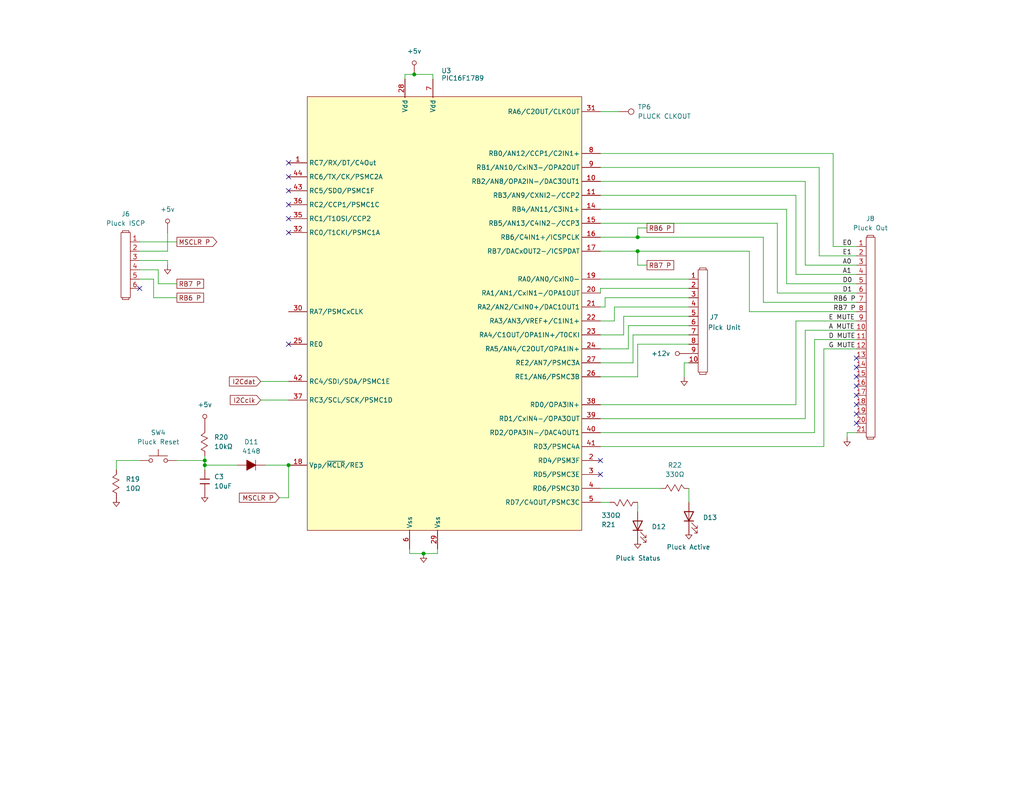
<source format=kicad_sch>
(kicad_sch (version 20250114) (generator "eeschema") (generator_version "9.0")
  (paper "A")
  (title_block (title "Plucking Processor Schematic") (date "2024-12-10") (rev "A"))
  (lib_symbols
    (symbol "Connector:TestPoint" (pin_numbers (hide yes)) (pin_names (offset 0.762) (hide yes))
      (property "Reference" "TP" (at 0 6.858 0))
      (property "Value" "TestPoint" (at 0 5.08 0))
      (symbol "TestPoint_0_1"
        (circle (center 0 3.302) (radius 0.762))
      )
      (symbol "TestPoint_1_1"
        (pin passive line (at 0 0 90) (length 2.54) (name "1") (number "1"))
      )
    )
    (symbol "Custom Power:+12v" (power) (pin_numbers (hide yes)) (pin_names (hide yes)) (in_bom no) (on_board no)
      (property "Value" "+12v" (at 0 3.81 0))
      (symbol "+12v_0_1"
        (circle (center 0 1.8796) (radius 0.5611))
      )
      (symbol "+12v_1_1"
        (pin power_in line (at 0 -1.27 90) (length 2.54) (name "+12v") (number "~"))
      )
    )
    (symbol "Custom Power:+5v" (power) (pin_numbers (hide yes)) (pin_names (hide yes)) (in_bom no) (on_board no)
      (property "Value" "+5v" (at 0 3.81 0))
      (symbol "+5v_0_1"
        (circle (center 0 1.8796) (radius 0.5611))
      )
      (symbol "+5v_1_1"
        (pin power_in line (at 0 -1.27 90) (length 2.54) (name "+5v") (number ""))
      )
    )
    (symbol "Custom Power:GND" (power) (pin_numbers (hide yes)) (pin_names (hide yes)) (in_bom no) (on_board no)
      (symbol "GND_0_1"
        (polyline (pts (xy -0.889 -1.27) (xy 0.889 -1.27) (xy 0 -2.413) (xy -0.889 -1.27)))
      )
      (symbol "GND_1_1"
        (pin power_in line (at 0 0 270) (length 1.27) (name "GND") (number "~"))
      )
    )
    (symbol "Device:LED" (pin_numbers (hide yes)) (pin_names (offset 1.016) (hide yes))
      (property "Reference" "D" (at 0 2.54 0))
      (property "Value" "LED" (at 0 -2.54 0))
      (symbol "LED_0_1"
        (polyline (pts (xy -3.048 -0.762) (xy -4.572 -2.286) (xy -3.81 -2.286) (xy -4.572 -2.286) (xy -4.572 -1.524)))
        (polyline (pts (xy -1.778 -0.762) (xy -3.302 -2.286) (xy -2.54 -2.286) (xy -3.302 -2.286) (xy -3.302 -1.524)))
        (polyline (pts (xy -1.27 0) (xy 1.27 0)))
        (polyline (pts (xy -1.27 -1.27) (xy -1.27 1.27)) (stroke (width 0.254)))
        (polyline (pts (xy 1.27 -1.27) (xy 1.27 1.27) (xy -1.27 0) (xy 1.27 -1.27)) (stroke (width 0.254)))
      )
      (symbol "LED_1_1"
        (pin passive line (at -3.81 0 0) (length 2.54) (name "K") (number "1"))
        (pin passive line (at 3.81 0 180) (length 2.54) (name "A") (number "2"))
      )
    )
    (symbol "OF symbols:Header_1x21" (pin_names (hide yes))
      (property "Reference" "J" (at -8.89 -3.81 0))
      (property "Value" "?" (at -8.89 -6.35 0))
      (symbol "Header_1x21_0_1"
        (rectangle (start -5.08 2.54) (end -2.667 -52.07))
        (polyline (pts (xy -4.699 2.54) (xy -4.699 3.048) (xy -2.921 3.048) (xy -2.921 2.54)))
        (polyline (pts (xy -4.699 -52.07) (xy -4.699 -52.578) (xy -2.921 -52.578) (xy -2.921 -52.07)))
      )
      (symbol "Header_1x21_1_1"
        (pin passive line (at 0 0 180) (length 2.54) (name "1") (number "1"))
        (pin passive line (at 0 -2.54 180) (length 2.54) (name "2") (number "2"))
        (pin passive line (at 0 -5.08 180) (length 2.54) (name "3") (number "3"))
        (pin passive line (at 0 -7.62 180) (length 2.54) (name "4") (number "4"))
        (pin passive line (at 0 -10.16 180) (length 2.54) (name "5") (number "5"))
        (pin passive line (at 0 -12.7 180) (length 2.54) (name "6") (number "6"))
        (pin passive line (at 0 -15.24 180) (length 2.54) (name "7") (number "7"))
        (pin passive line (at 0 -17.78 180) (length 2.54) (name "8") (number "8"))
        (pin passive line (at 0 -20.32 180) (length 2.54) (name "9") (number "9"))
        (pin passive line (at 0 -22.86 180) (length 2.54) (name "10") (number "10"))
        (pin passive line (at 0 -25.4 180) (length 2.54) (name "11") (number "11"))
        (pin passive line (at 0 -27.94 180) (length 2.54) (name "12") (number "12"))
        (pin passive line (at 0 -30.48 180) (length 2.54) (name "13") (number "13"))
        (pin passive line (at 0 -33.02 180) (length 2.54) (name "14") (number "14"))
        (pin passive line (at 0 -35.56 180) (length 2.54) (name "15") (number "15"))
        (pin passive line (at 0 -38.1 180) (length 2.54) (name "16") (number "16"))
        (pin passive line (at 0 -40.64 180) (length 2.54) (name "17") (number "17"))
        (pin passive line (at 0 -43.18 180) (length 2.54) (name "18") (number "18"))
        (pin passive line (at 0 -45.72 180) (length 2.54) (name "19") (number "19"))
        (pin passive line (at 0 -48.26 180) (length 2.54) (name "20") (number "20"))
        (pin passive line (at 0 -50.8 180) (length 2.54) (name "21") (number "21"))
      )
    )
    (symbol "Owen's Symbols:Capacitor" (pin_numbers (hide yes)) (pin_names (hide yes))
      (property "Reference" "C" (at 2.54 0 0))
      (property "Value" "?" (at 2.54 -2.54 0))
      (symbol "Capacitor_1_1"
        (polyline (pts (xy -1.27 -2.54) (xy 1.27 -2.54)) (stroke (width 0.254)))
        (polyline (pts (xy -1.27 -3.81) (xy 1.27 -3.81)) (stroke (width 0.254)))
        (pin passive line (at 0 0 270) (length 2.54) (name "1") (number "1"))
        (pin passive line (at 0 -6.35 90) (length 2.54) (name "2") (number "2"))
      )
    )
    (symbol "Owen's Symbols:Diode" (pin_numbers (hide yes)) (pin_names (hide yes))
      (property "Reference" "D" (at 3.81 -1.27 0))
      (property "Value" "Vz" (at 3.81 -3.81 0))
      (symbol "Diode_0_1"
        (polyline (pts (xy -1.397 -4.953) (xy 1.397 -4.953) (xy 1.397 -4.953)))
      )
      (symbol "Diode_1_1"
        (polyline (pts (xy -1.397 -2.54) (xy 1.397 -2.54) (xy 0 -5.08) (xy -1.397 -2.54)) (fill (type outline)))
        (pin passive line (at 0 0 270) (length 2.54) (name "2") (number "2"))
        (pin passive line (at 0 -7.62 90) (length 2.54) (name "1") (number "1"))
      )
    )
    (symbol "Owen's Symbols:Header_1x10" (pin_names (hide yes))
      (property "Reference" "J" (at -8.89 -3.81 0))
      (property "Value" "?" (at -8.89 -6.35 0))
      (symbol "Header_1x10_0_1"
        (rectangle (start -5.08 2.54) (end -2.54 -25.4))
        (polyline (pts (xy -4.699 2.54) (xy -4.699 3.048) (xy -2.921 3.048) (xy -2.921 2.54)))
        (polyline (pts (xy -4.699 -25.527) (xy -4.699 -26.035) (xy -2.921 -26.035) (xy -2.921 -25.527)))
      )
      (symbol "Header_1x10_1_1"
        (pin passive line (at 0 0 180) (length 2.54) (name "1") (number "1"))
        (pin passive line (at 0 -2.54 180) (length 2.54) (name "2") (number "2"))
        (pin passive line (at 0 -5.08 180) (length 2.54) (name "3") (number "3"))
        (pin passive line (at 0 -7.62 180) (length 2.54) (name "4") (number "4"))
        (pin passive line (at 0 -10.16 180) (length 2.54) (name "5") (number "5"))
        (pin passive line (at 0 -12.7 180) (length 2.54) (name "6") (number "6"))
        (pin passive line (at 0 -15.24 180) (length 2.54) (name "7") (number "7"))
        (pin passive line (at 0 -17.78 180) (length 2.54) (name "8") (number "8"))
        (pin passive line (at 0 -20.32 180) (length 2.54) (name "9") (number "9"))
        (pin passive line (at 0 -22.86 180) (length 2.54) (name "10") (number "10"))
      )
    )
    (symbol "Owen's Symbols:Header_1x6" (pin_names (hide yes))
      (property "Reference" "J" (at -8.89 -3.81 0))
      (property "Value" "?" (at -8.89 -6.35 0))
      (symbol "Header_1x6_0_1"
        (rectangle (start -5.08 2.54) (end -2.54 -15.24))
        (polyline (pts (xy -4.699 2.54) (xy -4.699 3.048) (xy -2.921 3.048) (xy -2.921 2.54)))
        (polyline (pts (xy -4.699 -15.24) (xy -4.699 -15.748) (xy -2.921 -15.748) (xy -2.921 -15.24)))
      )
      (symbol "Header_1x6_1_1"
        (pin passive line (at 0 0 180) (length 2.54) (name "1") (number "1"))
        (pin passive line (at 0 -2.54 180) (length 2.54) (name "2") (number "2"))
        (pin passive line (at 0 -5.08 180) (length 2.54) (name "3") (number "3"))
        (pin passive line (at 0 -7.62 180) (length 2.54) (name "4") (number "4"))
        (pin passive line (at 0 -10.16 180) (length 2.54) (name "5") (number "5"))
        (pin passive line (at 0 -12.7 180) (length 2.54) (name "6") (number "6"))
      )
    )
    (symbol "Owen's Symbols:PIC16F1789_44"
      (property "Reference" "U" (at -37.592 5.334 0))
      (property "Value" "PIC16F1789" (at -31.75 4.826 0))
      (symbol "PIC16F1789_44_1_0"
        (pin bidirectional line (at 45.72 -3.81 180) (length 5.08) (name "RA6/C2OUT/CLKOUT") (number "31"))
      )
      (symbol "PIC16F1789_44_1_1"
        (rectangle (start -34.29 0) (end 40.64 -118.11) (fill (type background)))
        (pin bidirectional line (at -39.37 -15.24 0) (length 5.08) (name "RA0/AN0/CxIN0-") (number "19"))
        (pin bidirectional line (at -39.37 -19.05 0) (length 5.08) (name "RA1/AN1/CxIN1-/OPA1OUT") (number "20"))
        (pin bidirectional line (at -39.37 -22.86 0) (length 5.08) (name "RA2/AN2/CxIN0+/DAC1OUT1") (number "21"))
        (pin bidirectional line (at -39.37 -26.67 0) (length 5.08) (name "RA3/AN3/VREF+/C1IN1+") (number "22"))
        (pin bidirectional line (at -39.37 -30.48 0) (length 5.08) (name "RA4/C1OUT/OPA1IN+/T0CKI") (number "23"))
        (pin bidirectional line (at -39.37 -34.29 0) (length 5.08) (name "RA5/AN4/C2OUT/OPA1IN+") (number "24"))
        (pin bidirectional line (at -39.37 -38.1 0) (length 5.08) (name "RA6/C2OUT/CLKOUT") (number "31"))
        (pin bidirectional line (at -39.37 -41.91 0) (length 5.08) (name "RA7/PSMCxCLK") (number "30"))
        (pin bidirectional line (at -39.37 -59.69 0) (length 5.08) (name "RE2/AN7/PSMC3A") (number "27"))
        (pin bidirectional line (at -39.37 -63.5 0) (length 5.08) (name "RE1/AN6/PSMC3B") (number "26"))
        (pin bidirectional line (at -39.37 -68.58 0) (length 5.08) (name "RE0") (number "25"))
        (pin bidirectional line (at -39.37 -100.33 0) (length 5.08) (name "Vpp/~{MCLR}/RE3") (number "18"))
        (pin bidirectional line (at -7.62 5.08 270) (length 5.08) (name "Vdd") (number "28"))
        (pin bidirectional line (at -6.35 -123.19 90) (length 5.08) (name "Vss") (number "6"))
        (pin bidirectional line (at 0 5.08 270) (length 5.08) (name "Vdd") (number "7"))
        (pin bidirectional line (at 1.27 -123.19 90) (length 5.08) (name "Vss") (number "29"))
        (pin bidirectional line (at 45.72 -15.24 180) (length 5.08) (name "RB0/AN12/CCP1/C2IN1+") (number "8"))
        (pin bidirectional line (at 45.72 -19.05 180) (length 5.08) (name "RB1/AN10/CxIN3-/OPA2OUT") (number "9"))
        (pin bidirectional line (at 45.72 -22.86 180) (length 5.08) (name "RB2/AN8/OPA2IN-/DAC3OUT1") (number "10"))
        (pin bidirectional line (at 45.72 -26.67 180) (length 5.08) (name "RB3/AN9/CXNI2-/CCP2") (number "11"))
        (pin bidirectional line (at 45.72 -30.48 180) (length 5.08) (name "RB4/AN11/C3IN1+") (number "14"))
        (pin bidirectional line (at 45.72 -34.29 180) (length 5.08) (name "RB5/AN13/C4IN2-/CCP3") (number "15"))
        (pin bidirectional line (at 45.72 -38.1 180) (length 5.08) (name "RB6/C4IN1+/ICSPCLK") (number "16"))
        (pin bidirectional line (at 45.72 -41.91 180) (length 5.08) (name "RB7/DACxOUT2-/ICSPDAT") (number "17"))
        (pin bidirectional line (at 45.72 -49.53 180) (length 5.08) (name "RC0/T1CKI/PSMC1A") (number "32"))
        (pin bidirectional line (at 45.72 -53.34 180) (length 5.08) (name "RC1/T1OSI/CCP2") (number "35"))
        (pin bidirectional line (at 45.72 -57.15 180) (length 5.08) (name "RC2/CCP1/PSMC1C") (number "36"))
        (pin bidirectional line (at 45.72 -60.96 180) (length 5.08) (name "RC3/SCL/SCK/PSMC1D") (number "37"))
        (pin bidirectional line (at 45.72 -64.77 180) (length 5.08) (name "RC4/SDI/SDA/PSMC1E") (number "42"))
        (pin bidirectional line (at 45.72 -68.58 180) (length 5.08) (name "RC5/SDO/PSMC1F") (number "43"))
        (pin bidirectional line (at 45.72 -72.39 180) (length 5.08) (name "RC6/TX/CK/PSMC2A") (number "44"))
        (pin bidirectional line (at 45.72 -76.2 180) (length 5.08) (name "RC7/RX/DT/C4Out") (number "1"))
        (pin bidirectional line (at 45.72 -83.82 180) (length 5.08) (name "RD0/OPA3IN+") (number "38"))
        (pin bidirectional line (at 45.72 -87.63 180) (length 5.08) (name "RD1/CxIN4-/OPA3OUT") (number "39"))
        (pin bidirectional line (at 45.72 -91.44 180) (length 5.08) (name "RD2/OPA3IN-/DAC4OUT1") (number "40"))
        (pin bidirectional line (at 45.72 -95.25 180) (length 5.08) (name "RD3/PSMC4A") (number "41"))
        (pin bidirectional line (at 45.72 -99.06 180) (length 5.08) (name "RD4/PSM3F") (number "2"))
        (pin bidirectional line (at 45.72 -102.87 180) (length 5.08) (name "RD5/PSMC3E") (number "3"))
        (pin bidirectional line (at 45.72 -106.68 180) (length 5.08) (name "RD6/PSMC3D") (number "4"))
        (pin bidirectional line (at 45.72 -110.49 180) (length 5.08) (name "RD7/C4OUT/PSMC3C") (number "5"))
      )
      (symbol "PIC16F1789_44_1_2"
        (rectangle (start -34.29 0.254) (end 40.64 -118.11) (fill (type background)))
        (pin bidirectional line (at -39.37 -17.78 0) (length 5.08) (name "RC7/RX/DT/C4Out") (number "1"))
        (pin bidirectional line (at -39.37 -21.59 0) (length 5.08) (name "RC6/TX/CK/PSMC2A") (number "44"))
        (pin bidirectional line (at -39.37 -25.4 0) (length 5.08) (name "RC5/SDO/PSMC1F") (number "43"))
        (pin bidirectional line (at -39.37 -29.21 0) (length 5.08) (name "RC2/CCP1/PSMC1C") (number "36"))
        (pin bidirectional line (at -39.37 -33.02 0) (length 5.08) (name "RC1/T1OSI/CCP2") (number "35"))
        (pin bidirectional line (at -39.37 -36.83 0) (length 5.08) (name "RC0/T1CKI/PSMC1A") (number "32"))
        (pin bidirectional line (at -39.37 -58.42 0) (length 5.08) (name "RA7/PSMCxCLK") (number "30"))
        (pin bidirectional line (at -39.37 -67.31 0) (length 5.08) (name "RE0") (number "25"))
        (pin bidirectional line (at -39.37 -77.47 0) (length 5.08) (name "RC4/SDI/SDA/PSMC1E") (number "42"))
        (pin bidirectional line (at -39.37 -82.55 0) (length 5.08) (name "RC3/SCL/SCK/PSMC1D") (number "37"))
        (pin bidirectional line (at -39.37 -100.33 0) (length 5.08) (name "Vpp/~{MCLR}/RE3") (number "18"))
        (pin bidirectional line (at -7.62 5.08 270) (length 5.08) (name "Vdd") (number "28"))
        (pin bidirectional line (at -6.35 -123.19 90) (length 5.08) (name "Vss") (number "6"))
        (pin bidirectional line (at 0 5.08 270) (length 5.08) (name "Vdd") (number "7"))
        (pin bidirectional line (at 1.27 -123.19 90) (length 5.08) (name "Vss") (number "29"))
        (pin bidirectional line (at 45.72 -15.24 180) (length 5.08) (name "RB0/AN12/CCP1/C2IN1+") (number "8"))
        (pin bidirectional line (at 45.72 -19.05 180) (length 5.08) (name "RB1/AN10/CxIN3-/OPA2OUT") (number "9"))
        (pin bidirectional line (at 45.72 -22.86 180) (length 5.08) (name "RB2/AN8/OPA2IN-/DAC3OUT1") (number "10"))
        (pin bidirectional line (at 45.72 -26.67 180) (length 5.08) (name "RB3/AN9/CXNI2-/CCP2") (number "11"))
        (pin bidirectional line (at 45.72 -30.48 180) (length 5.08) (name "RB4/AN11/C3IN1+") (number "14"))
        (pin bidirectional line (at 45.72 -34.29 180) (length 5.08) (name "RB5/AN13/C4IN2-/CCP3") (number "15"))
        (pin bidirectional line (at 45.72 -38.1 180) (length 5.08) (name "RB6/C4IN1+/ICSPCLK") (number "16"))
        (pin bidirectional line (at 45.72 -41.91 180) (length 5.08) (name "RB7/DACxOUT2-/ICSPDAT") (number "17"))
        (pin bidirectional line (at 45.72 -49.53 180) (length 5.08) (name "RA0/AN0/CxIN0-") (number "19"))
        (pin bidirectional line (at 45.72 -53.34 180) (length 5.08) (name "RA1/AN1/CxIN1-/OPA1OUT") (number "20"))
        (pin bidirectional line (at 45.72 -57.15 180) (length 5.08) (name "RA2/AN2/CxIN0+/DAC1OUT1") (number "21"))
        (pin bidirectional line (at 45.72 -60.96 180) (length 5.08) (name "RA3/AN3/VREF+/C1IN1+") (number "22"))
        (pin bidirectional line (at 45.72 -64.77 180) (length 5.08) (name "RA4/C1OUT/OPA1IN+/T0CKI") (number "23"))
        (pin bidirectional line (at 45.72 -68.58 180) (length 5.08) (name "RA5/AN4/C2OUT/OPA1IN+") (number "24"))
        (pin bidirectional line (at 45.72 -72.39 180) (length 5.08) (name "RE2/AN7/PSMC3A") (number "27"))
        (pin bidirectional line (at 45.72 -76.2 180) (length 5.08) (name "RE1/AN6/PSMC3B") (number "26"))
        (pin bidirectional line (at 45.72 -83.82 180) (length 5.08) (name "RD0/OPA3IN+") (number "38"))
        (pin bidirectional line (at 45.72 -87.63 180) (length 5.08) (name "RD1/CxIN4-/OPA3OUT") (number "39"))
        (pin bidirectional line (at 45.72 -91.44 180) (length 5.08) (name "RD2/OPA3IN-/DAC4OUT1") (number "40"))
        (pin bidirectional line (at 45.72 -95.25 180) (length 5.08) (name "RD3/PSMC4A") (number "41"))
        (pin bidirectional line (at 45.72 -99.06 180) (length 5.08) (name "RD4/PSM3F") (number "2"))
        (pin bidirectional line (at 45.72 -102.87 180) (length 5.08) (name "RD5/PSMC3E") (number "3"))
        (pin bidirectional line (at 45.72 -106.68 180) (length 5.08) (name "RD6/PSMC3D") (number "4"))
        (pin bidirectional line (at 45.72 -110.49 180) (length 5.08) (name "RD7/C4OUT/PSMC3C") (number "5"))
      )
    )
    (symbol "Owen's Symbols:Resistor_Mod" (pin_numbers (hide yes)) (pin_names (offset 0) (hide yes))
      (property "Reference" "R" (at 0 4.318 0))
      (property "Value" "ValueΩ" (at 0 2.54 0))
      (symbol "Resistor_Mod_0_1"
        (polyline (pts (xy -2.54 0) (xy -2.032 1.016) (xy -1.016 -0.762) (xy 0 1.016) (xy 1.016 -0.762) (xy 1.778 1.016) (xy 2.54 0)))
      )
      (symbol "Resistor_Mod_1_1"
        (pin passive line (at -3.81 0 0) (length 1.27) (name "1") (number "1"))
        (pin passive line (at 3.81 0 180) (length 1.27) (name "2") (number "2"))
      )
    )
    (symbol "Switch:SW_Push" (pin_numbers (hide yes)) (pin_names (offset 1.016) (hide yes))
      (property "Reference" "SW" (at 1.27 2.54 0))
      (property "Value" "SW_Push" (at 0 -1.524 0))
      (symbol "SW_Push_0_1"
        (circle (center -2.032 0) (radius 0.508))
        (polyline (pts (xy 0 1.27) (xy 0 3.048)))
        (circle (center 2.032 0) (radius 0.508))
        (polyline (pts (xy 2.54 1.27) (xy -2.54 1.27)))
        (pin passive line (at -5.08 0 0) (length 2.54) (name "1") (number "1"))
        (pin passive line (at 5.08 0 180) (length 2.54) (name "2") (number "2"))
      )
    )
  )
  (junction (at 55.88 127))
  (junction (at 173.99 68.58))
  (junction (at 173.99 64.77))
  (junction (at 78.74 127))
  (junction (at 115.57 151.13))
  (junction (at 113.03 20.32))
  (junction (at 55.88 125.73))
  (no_connect (at 233.68 100.33))
  (no_connect (at 78.74 63.5))
  (no_connect (at 233.68 110.49))
  (no_connect (at 233.68 105.41))
  (no_connect (at 78.74 52.07))
  (no_connect (at 233.68 113.03))
  (no_connect (at 233.68 107.95))
  (no_connect (at 233.68 115.57))
  (no_connect (at 78.74 44.45))
  (no_connect (at 78.74 55.88))
  (no_connect (at 78.74 93.98))
  (no_connect (at 163.83 129.54))
  (no_connect (at 163.83 125.73))
  (no_connect (at 38.1 78.74))
  (no_connect (at 78.74 48.26))
  (no_connect (at 233.68 102.87))
  (no_connect (at 78.74 59.69))
  (no_connect (at 233.68 97.79))
  (wire (pts (xy 163.83 64.77) (xy 173.99 64.77)))
  (wire (pts (xy 64.77 127) (xy 55.88 127)))
  (wire (pts (xy 45.72 71.12) (xy 45.72 72.39)))
  (wire (pts (xy 186.69 99.06) (xy 186.69 102.87)))
  (wire (pts (xy 172.72 99.06) (xy 172.72 91.44)))
  (wire (pts (xy 163.83 137.16) (xy 166.37 137.16)))
  (wire (pts (xy 111.76 151.13) (xy 111.76 149.86)))
  (wire (pts (xy 173.99 68.58) (xy 204.47 68.58)))
  (wire (pts (xy 219.71 90.17) (xy 233.68 90.17)))
  (wire (pts (xy 176.53 72.39) (xy 173.99 72.39)))
  (wire (pts (xy 212.09 80.01) (xy 233.68 80.01)))
  (wire (pts (xy 55.88 127) (xy 55.88 125.73)))
  (wire (pts (xy 111.76 151.13) (xy 115.57 151.13)))
  (wire (pts (xy 224.79 121.92) (xy 224.79 95.25)))
  (wire (pts (xy 165.1 81.28) (xy 187.96 81.28)))
  (wire (pts (xy 171.45 95.25) (xy 171.45 88.9)))
  (wire (pts (xy 110.49 21.59) (xy 110.49 20.32)))
  (wire (pts (xy 227.33 67.31) (xy 233.68 67.31)))
  (wire (pts (xy 163.83 83.82) (xy 165.1 83.82)))
  (wire (pts (xy 163.83 57.15) (xy 214.63 57.15)))
  (wire (pts (xy 170.18 91.44) (xy 170.18 86.36)))
  (wire (pts (xy 187.96 133.35) (xy 187.96 137.16)))
  (wire (pts (xy 41.91 76.2) (xy 38.1 76.2)))
  (wire (pts (xy 38.1 68.58) (xy 45.72 68.58)))
  (wire (pts (xy 55.88 125.73) (xy 55.88 124.46)))
  (wire (pts (xy 187.96 99.06) (xy 186.69 99.06)))
  (wire (pts (xy 163.83 41.91) (xy 227.33 41.91)))
  (wire (pts (xy 165.1 83.82) (xy 165.1 81.28)))
  (wire (pts (xy 219.71 114.3) (xy 219.71 90.17)))
  (wire (pts (xy 38.1 71.12) (xy 45.72 71.12)))
  (wire (pts (xy 163.83 45.72) (xy 223.52 45.72)))
  (wire (pts (xy 163.83 118.11) (xy 222.25 118.11)))
  (wire (pts (xy 170.18 86.36) (xy 187.96 86.36)))
  (wire (pts (xy 173.99 62.23) (xy 173.99 64.77)))
  (wire (pts (xy 176.53 62.23) (xy 173.99 62.23)))
  (wire (pts (xy 208.28 64.77) (xy 208.28 82.55)))
  (wire (pts (xy 217.17 110.49) (xy 217.17 87.63)))
  (wire (pts (xy 118.11 20.32) (xy 118.11 21.59)))
  (wire (pts (xy 163.83 91.44) (xy 170.18 91.44)))
  (wire (pts (xy 163.83 102.87) (xy 173.99 102.87)))
  (wire (pts (xy 163.83 53.34) (xy 217.17 53.34)))
  (wire (pts (xy 233.68 77.47) (xy 214.63 77.47)))
  (wire (pts (xy 43.18 77.47) (xy 48.26 77.47)))
  (wire (pts (xy 55.88 127) (xy 55.88 128.27)))
  (wire (pts (xy 31.75 128.27) (xy 31.75 125.73)))
  (wire (pts (xy 38.1 66.04) (xy 48.26 66.04)))
  (wire (pts (xy 119.38 149.86) (xy 119.38 151.13)))
  (wire (pts (xy 214.63 77.47) (xy 214.63 57.15)))
  (wire (pts (xy 217.17 74.93) (xy 233.68 74.93)))
  (wire (pts (xy 173.99 64.77) (xy 208.28 64.77)))
  (wire (pts (xy 163.83 121.92) (xy 224.79 121.92)))
  (wire (pts (xy 110.49 20.32) (xy 113.03 20.32)))
  (wire (pts (xy 43.18 73.66) (xy 43.18 77.47)))
  (wire (pts (xy 71.12 109.22) (xy 78.74 109.22)))
  (wire (pts (xy 227.33 41.91) (xy 227.33 67.31)))
  (wire (pts (xy 48.26 81.28) (xy 41.91 81.28)))
  (wire (pts (xy 71.12 104.14) (xy 78.74 104.14)))
  (wire (pts (xy 171.45 88.9) (xy 187.96 88.9)))
  (wire (pts (xy 208.28 82.55) (xy 233.68 82.55)))
  (wire (pts (xy 48.26 125.73) (xy 55.88 125.73)))
  (wire (pts (xy 45.72 68.58) (xy 45.72 63.5)))
  (wire (pts (xy 76.2 135.89) (xy 78.74 135.89)))
  (wire (pts (xy 173.99 93.98) (xy 187.96 93.98)))
  (wire (pts (xy 187.96 78.74) (xy 163.83 78.74)))
  (wire (pts (xy 222.25 118.11) (xy 222.25 92.71)))
  (wire (pts (xy 173.99 102.87) (xy 173.99 93.98)))
  (wire (pts (xy 163.83 60.96) (xy 212.09 60.96)))
  (wire (pts (xy 163.83 76.2) (xy 187.96 76.2)))
  (wire (pts (xy 219.71 72.39) (xy 233.68 72.39)))
  (wire (pts (xy 231.14 118.11) (xy 231.14 119.38)))
  (wire (pts (xy 38.1 73.66) (xy 43.18 73.66)))
  (wire (pts (xy 113.03 20.32) (xy 118.11 20.32)))
  (wire (pts (xy 72.39 127) (xy 78.74 127)))
  (wire (pts (xy 173.99 137.16) (xy 173.99 139.7)))
  (wire (pts (xy 233.68 85.09) (xy 204.47 85.09)))
  (wire (pts (xy 233.68 118.11) (xy 231.14 118.11)))
  (wire (pts (xy 222.25 92.71) (xy 233.68 92.71)))
  (wire (pts (xy 163.83 99.06) (xy 172.72 99.06)))
  (wire (pts (xy 163.83 95.25) (xy 171.45 95.25)))
  (wire (pts (xy 168.91 30.48) (xy 163.83 30.48)))
  (wire (pts (xy 167.64 83.82) (xy 167.64 87.63)))
  (wire (pts (xy 163.83 110.49) (xy 217.17 110.49)))
  (wire (pts (xy 41.91 81.28) (xy 41.91 76.2)))
  (wire (pts (xy 119.38 151.13) (xy 115.57 151.13)))
  (wire (pts (xy 233.68 69.85) (xy 223.52 69.85)))
  (wire (pts (xy 163.83 78.74) (xy 163.83 80.01)))
  (wire (pts (xy 204.47 85.09) (xy 204.47 68.58)))
  (wire (pts (xy 212.09 60.96) (xy 212.09 80.01)))
  (wire (pts (xy 31.75 125.73) (xy 38.1 125.73)))
  (wire (pts (xy 217.17 53.34) (xy 217.17 74.93)))
  (wire (pts (xy 219.71 49.53) (xy 219.71 72.39)))
  (wire (pts (xy 217.17 87.63) (xy 233.68 87.63)))
  (wire (pts (xy 167.64 87.63) (xy 163.83 87.63)))
  (wire (pts (xy 167.64 83.82) (xy 187.96 83.82)))
  (wire (pts (xy 163.83 114.3) (xy 219.71 114.3)))
  (wire (pts (xy 223.52 69.85) (xy 223.52 45.72)))
  (wire (pts (xy 163.83 68.58) (xy 173.99 68.58)))
  (wire (pts (xy 180.34 133.35) (xy 163.83 133.35)))
  (wire (pts (xy 163.83 49.53) (xy 219.71 49.53)))
  (wire (pts (xy 224.79 95.25) (xy 233.68 95.25)))
  (wire (pts (xy 173.99 72.39) (xy 173.99 68.58)))
  (wire (pts (xy 172.72 91.44) (xy 187.96 91.44)))
  (wire (pts (xy 78.74 127) (xy 78.74 135.89)))
  (label "E0" (at 229.87 67.31 0))
  (label "A1" (at 229.87 74.93 0))
  (label "RB6 P" (at 227.33 82.55 0))
  (label "E MUTE" (at 226.06 87.63 0))
  (label "A0" (at 229.87 72.39 0))
  (label "D0" (at 229.87 77.47 0))
  (label "D MUTE" (at 226.06 92.71 0))
  (label "E1" (at 229.87 69.85 0))
  (label "A MUTE" (at 226.06 90.17 0))
  (label "G MUTE" (at 226.06 95.25 0))
  (label "RB7 P" (at 227.33 85.09 0))
  (label "D1" (at 229.87 80.01 0))
  (global_label "RB7 P" (shape passive) (at 176.53 72.39 0) (property "Intersheetrefs" "${INTERSHEET_REFS}" (effects (hide yes))))
  (global_label "I2Cclk" (shape input) (at 71.12 109.22 180) (property "Intersheetrefs" "${INTERSHEET_REFS}" (effects (hide yes))))
  (global_label "RB7 P" (shape passive) (at 48.26 77.47 0) (property "Intersheetrefs" "${INTERSHEET_REFS}" (effects (hide yes))))
  (global_label "MSCLR P" (shape input) (at 76.2 135.89 180) (property "Intersheetrefs" "${INTERSHEET_REFS}" (effects (hide yes))))
  (global_label "RB6 P" (shape passive) (at 48.26 81.28 0) (property "Intersheetrefs" "${INTERSHEET_REFS}" (effects (hide yes))))
  (global_label "RB6 P" (shape passive) (at 176.53 62.23 0) (property "Intersheetrefs" "${INTERSHEET_REFS}" (effects (hide yes))))
  (global_label "I2Cdat" (shape input) (at 71.12 104.14 180) (property "Intersheetrefs" "${INTERSHEET_REFS}" (effects (hide yes))))
  (global_label "MSCLR P" (shape output) (at 48.26 66.04 0) (property "Intersheetrefs" "${INTERSHEET_REFS}" (effects (hide yes))))
  (symbol (lib_id "Custom Power:GND") (at 55.88 134.62 0) (unit 1) (in_bom no) (on_board no)
    (property "Reference" "#PWR037" (effects (hide yes)))
    (property "Value" "GND" (effects (hide yes)))
  )
  (symbol (lib_id "Custom Power:GND") (at 31.75 135.89 0) (unit 1) (in_bom no) (on_board no)
    (property "Reference" "#PWR033" (effects (hide yes)))
    (property "Value" "GND" (effects (hide yes)))
  )
  (symbol (lib_id "Custom Power:+12v") (at 186.69 96.52 90) (unit 1) (in_bom no) (on_board no)
    (property "Reference" "#PWR041" (effects (hide yes)))
    (property "Value" "+12v" (at 182.88 96.5199 90) (effects (justify left)))
  )
  (symbol (lib_id "Custom Power:GND") (at 187.96 144.78 0) (unit 1) (in_bom no) (on_board no)
    (property "Reference" "#PWR043" (effects (hide yes)))
    (property "Value" "GND" (effects (hide yes)))
  )
  (symbol (lib_id "Connector:TestPoint") (at 168.91 30.48 270) (unit 1)
    (property "Reference" "TP6" (at 173.99 29.2099 90) (effects (justify left)))
    (property "Value" "PLUCK CLKOUT" (at 173.99 31.7499 90) (effects (justify left)))
    (property "Footprint" "Connector_PinHeader_2.54mm:PinHeader_1x01_P2.54mm_Vertical" (effects (hide yes)))
    (property "Description" "test point" (effects (hide yes)))
  )
  (symbol (lib_id "OF symbols:Header_1x21") (at 233.68 67.31 0) (mirror y) (unit 1)
    (property "Reference" "J8" (at 237.49 59.69 0))
    (property "Value" "Pluck Out" (at 237.49 62.23 0))
    (property "Footprint" "Connector_PinHeader_2.54mm:PinHeader_1x21_P2.54mm_Vertical" (effects (hide yes)))
  )
  (symbol (lib_id "Owen's Symbols:Header_1x6") (at 38.1 66.04 0) (unit 1)
    (property "Reference" "J6" (at 34.29 58.42 0))
    (property "Value" "Pluck ISCP" (at 34.29 60.96 0))
    (property "Footprint" "Connector_PinHeader_2.54mm:PinHeader_1x06_P2.54mm_Vertical" (effects (hide yes)))
  )
  (symbol (lib_id "Owen's Symbols:Resistor_Mod") (at 31.75 132.08 90) (unit 1)
    (property "Reference" "R19" (at 34.29 130.8099 90) (effects (justify right)))
    (property "Value" "10Ω" (at 34.29 133.3499 90) (effects (justify right)))
    (property "Footprint" "Resistor_SMD:R_0805_2012Metric_Pad1.20x1.40mm_HandSolder" (effects (hide yes)))
  )
  (symbol (lib_id "Custom Power:+5v") (at 55.88 115.57 0) (unit 1) (in_bom no) (on_board no)
    (property "Reference" "#PWR036" (effects (hide yes)))
    (property "Value" "+5v" (at 55.88 110.49 0))
  )
  (symbol (lib_id "Custom Power:GND") (at 115.57 151.13 0) (unit 1) (in_bom no) (on_board no)
    (property "Reference" "#PWR039" (effects (hide yes)))
    (property "Value" "GND" (effects (hide yes)))
  )
  (symbol (lib_id "Owen's Symbols:Resistor_Mod") (at 184.15 133.35 0) (unit 1)
    (property "Reference" "R22" (at 184.15 127 0))
    (property "Value" "330Ω" (at 184.15 129.54 0))
    (property "Footprint" "Resistor_SMD:R_0805_2012Metric_Pad1.20x1.40mm_HandSolder" (effects (hide yes)))
  )
  (symbol (lib_id "Custom Power:+5v") (at 113.03 19.05 0) (unit 1) (in_bom no) (on_board no)
    (property "Reference" "#PWR038" (effects (hide yes)))
    (property "Value" "+5v" (at 113.03 13.97 0))
  )
  (symbol (lib_id "Owen's Symbols:Header_1x10") (at 187.96 76.2 0) (mirror y) (unit 1)
    (property "Reference" "J7" (at 194.818 86.614 0))
    (property "Value" "Pick Unit" (at 197.612 89.408 0))
    (property "Footprint" "Connector_PinHeader_2.54mm:PinHeader_1x10_P2.54mm_Vertical" (effects (hide yes)))
  )
  (symbol (lib_id "Device:LED") (at 187.96 140.97 90) (unit 1)
    (property "Reference" "D13" (at 191.77 141.2874 90) (effects (justify right)))
    (property "Value" "Pluck Active" (at 181.864 149.352 90) (effects (justify right)))
    (property "Footprint" "Diode_SMD:D_0805_2012Metric_Pad1.15x1.40mm_HandSolder" (effects (hide yes)))
    (property "Description" "Light emitting diode" (effects (hide yes)))
  )
  (symbol (lib_id "Switch:SW_Push") (at 43.18 125.73 0) (unit 1)
    (property "Reference" "SW4" (at 43.18 118.11 0))
    (property "Value" "Pluck Reset" (at 43.18 120.65 0))
    (property "Footprint" "Button_Switch_THT:SW_PUSH_6mm_H5mm" (effects (hide yes)))
    (property "Description" "Push button switch, generic, two pins" (effects (hide yes)))
  )
  (symbol (lib_id "Owen's Symbols:Resistor_Mod") (at 170.18 137.16 180) (unit 1)
    (property "Reference" "R21" (at 164.084 143.256 0) (effects (justify right)))
    (property "Value" "330Ω" (at 164.084 140.716 0) (effects (justify right)))
    (property "Footprint" "Resistor_SMD:R_0805_2012Metric_Pad1.20x1.40mm_HandSolder" (effects (hide yes)))
  )
  (symbol (lib_id "Custom Power:GND") (at 45.72 72.39 0) (unit 1) (in_bom no) (on_board no)
    (property "Reference" "#PWR035" (effects (hide yes)))
    (property "Value" "GND" (effects (hide yes)))
  )
  (symbol (lib_id "Owen's Symbols:Resistor_Mod") (at 55.88 120.65 90) (unit 1)
    (property "Reference" "R20" (at 58.42 119.3799 90) (effects (justify right)))
    (property "Value" "10kΩ" (at 58.42 121.9199 90) (effects (justify right)))
    (property "Footprint" "Resistor_SMD:R_0805_2012Metric_Pad1.20x1.40mm_HandSolder" (effects (hide yes)))
  )
  (symbol (lib_id "Custom Power:GND") (at 231.14 119.38 0) (unit 1) (in_bom no) (on_board no)
    (property "Reference" "#PWR044" (effects (hide yes)))
    (property "Value" "GND" (effects (hide yes)))
  )
  (symbol (lib_id "Owen's Symbols:PIC16F1789_44") (at 118.11 26.67 0) (unit 1) (convert 2)
    (property "Reference" "U3" (at 120.396 19.304 0) (effects (justify left)))
    (property "Value" "PIC16F1789" (at 120.396 21.336 0) (effects (justify left)))
    (property "Footprint" "OF Footprints:TQFP-44_10x10mm_P0.8mm_Handsolder" (effects (hide yes)))
  )
  (symbol (lib_id "Custom Power:GND") (at 186.69 102.87 0) (unit 1) (in_bom no) (on_board no)
    (property "Reference" "#PWR042" (effects (hide yes)))
    (property "Value" "GND" (effects (hide yes)))
  )
  (symbol (lib_id "Custom Power:GND") (at 173.99 147.32 0) (unit 1) (in_bom no) (on_board no)
    (property "Reference" "#PWR040" (effects (hide yes)))
    (property "Value" "GND" (effects (hide yes)))
  )
  (symbol (lib_id "Owen's Symbols:Diode") (at 64.77 127 90) (unit 1)
    (property "Reference" "D11" (at 68.58 120.65 90))
    (property "Value" "4148" (at 68.58 123.19 90))
    (property "Footprint" "Diode_SMD:D_0805_2012Metric_Pad1.15x1.40mm_HandSolder" (effects (hide yes)))
  )
  (symbol (lib_id "Custom Power:+5v") (at 45.72 62.23 0) (unit 1) (in_bom no) (on_board no)
    (property "Reference" "#PWR034" (effects (hide yes)))
    (property "Value" "+5v" (at 45.72 57.15 0))
  )
  (symbol (lib_id "Owen's Symbols:Capacitor") (at 55.88 128.27 0) (unit 1)
    (property "Reference" "C3" (at 58.42 130.1749 0) (effects (justify left)))
    (property "Value" "10uF" (at 58.42 132.7149 0) (effects (justify left)))
    (property "Footprint" "Capacitor_SMD:C_0805_2012Metric_Pad1.18x1.45mm_HandSolder" (effects (hide yes)))
  )
  (symbol (lib_id "Device:LED") (at 173.99 143.51 90) (unit 1)
    (property "Reference" "D12" (at 177.8 143.8274 90) (effects (justify right)))
    (property "Value" "Pluck Status" (at 167.894 152.4 90) (effects (justify right)))
    (property "Footprint" "Diode_SMD:D_0805_2012Metric_Pad1.15x1.40mm_HandSolder" (effects (hide yes)))
    (property "Description" "Light emitting diode" (effects (hide yes)))
  )
)
</source>
